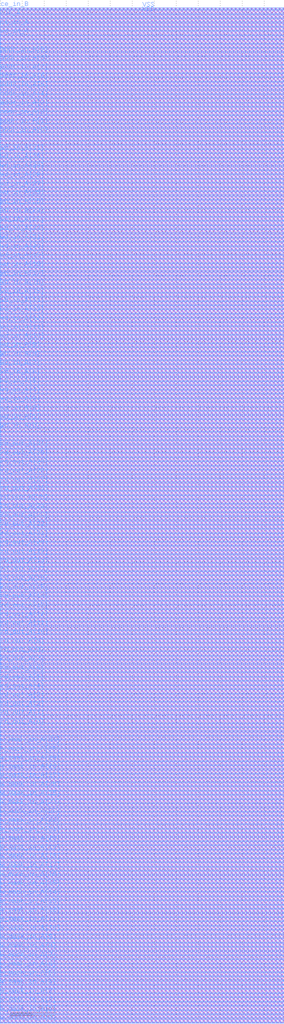
<source format=lef>
# Generated by FakeRAM 2.0
VERSION 5.7 ;
BUSBITCHARS "[]" ;
PROPERTYDEFINITIONS
  MACRO width INTEGER ;
  MACRO depth INTEGER ;
  MACRO banks INTEGER ;
END PROPERTYDEFINITIONS
MACRO fakeram7_tdp_1024x32
  PROPERTY width 32 ;
  PROPERTY depth 1024 ;
  PROPERTY banks 4 ;
  FOREIGN fakeram7_tdp_1024x32 0 0 ;
  SYMMETRY X Y ;
  SIZE 25.840 BY 92.400 ;
  CLASS BLOCK ;
  PIN w_mask_in_A[0]
    DIRECTION INPUT ;
    USE SIGNAL ;
    SHAPE ABUTMENT ;
    PORT
      LAYER M4 ;
      RECT 0.000 0.048 0.024 0.072 ;
    END
  END w_mask_in_A[0]
  PIN w_mask_in_B[0]
    DIRECTION INPUT ;
    USE SIGNAL ;
    SHAPE ABUTMENT ;
    PORT
      LAYER M4 ;
      RECT 25.816 0.048 25.840 0.072 ;
    END
  END w_mask_in_B[0]
  PIN w_mask_in_A[1]
    DIRECTION INPUT ;
    USE SIGNAL ;
    SHAPE ABUTMENT ;
    PORT
      LAYER M4 ;
      RECT 0.000 0.864 0.024 0.888 ;
    END
  END w_mask_in_A[1]
  PIN w_mask_in_B[1]
    DIRECTION INPUT ;
    USE SIGNAL ;
    SHAPE ABUTMENT ;
    PORT
      LAYER M4 ;
      RECT 25.816 0.864 25.840 0.888 ;
    END
  END w_mask_in_B[1]
  PIN w_mask_in_A[2]
    DIRECTION INPUT ;
    USE SIGNAL ;
    SHAPE ABUTMENT ;
    PORT
      LAYER M4 ;
      RECT 0.000 1.680 0.024 1.704 ;
    END
  END w_mask_in_A[2]
  PIN w_mask_in_B[2]
    DIRECTION INPUT ;
    USE SIGNAL ;
    SHAPE ABUTMENT ;
    PORT
      LAYER M4 ;
      RECT 25.816 1.680 25.840 1.704 ;
    END
  END w_mask_in_B[2]
  PIN w_mask_in_A[3]
    DIRECTION INPUT ;
    USE SIGNAL ;
    SHAPE ABUTMENT ;
    PORT
      LAYER M4 ;
      RECT 0.000 2.496 0.024 2.520 ;
    END
  END w_mask_in_A[3]
  PIN w_mask_in_B[3]
    DIRECTION INPUT ;
    USE SIGNAL ;
    SHAPE ABUTMENT ;
    PORT
      LAYER M4 ;
      RECT 25.816 2.496 25.840 2.520 ;
    END
  END w_mask_in_B[3]
  PIN w_mask_in_A[4]
    DIRECTION INPUT ;
    USE SIGNAL ;
    SHAPE ABUTMENT ;
    PORT
      LAYER M4 ;
      RECT 0.000 3.312 0.024 3.336 ;
    END
  END w_mask_in_A[4]
  PIN w_mask_in_B[4]
    DIRECTION INPUT ;
    USE SIGNAL ;
    SHAPE ABUTMENT ;
    PORT
      LAYER M4 ;
      RECT 25.816 3.312 25.840 3.336 ;
    END
  END w_mask_in_B[4]
  PIN w_mask_in_A[5]
    DIRECTION INPUT ;
    USE SIGNAL ;
    SHAPE ABUTMENT ;
    PORT
      LAYER M4 ;
      RECT 0.000 4.128 0.024 4.152 ;
    END
  END w_mask_in_A[5]
  PIN w_mask_in_B[5]
    DIRECTION INPUT ;
    USE SIGNAL ;
    SHAPE ABUTMENT ;
    PORT
      LAYER M4 ;
      RECT 25.816 4.128 25.840 4.152 ;
    END
  END w_mask_in_B[5]
  PIN w_mask_in_A[6]
    DIRECTION INPUT ;
    USE SIGNAL ;
    SHAPE ABUTMENT ;
    PORT
      LAYER M4 ;
      RECT 0.000 4.944 0.024 4.968 ;
    END
  END w_mask_in_A[6]
  PIN w_mask_in_B[6]
    DIRECTION INPUT ;
    USE SIGNAL ;
    SHAPE ABUTMENT ;
    PORT
      LAYER M4 ;
      RECT 25.816 4.944 25.840 4.968 ;
    END
  END w_mask_in_B[6]
  PIN w_mask_in_A[7]
    DIRECTION INPUT ;
    USE SIGNAL ;
    SHAPE ABUTMENT ;
    PORT
      LAYER M4 ;
      RECT 0.000 5.760 0.024 5.784 ;
    END
  END w_mask_in_A[7]
  PIN w_mask_in_B[7]
    DIRECTION INPUT ;
    USE SIGNAL ;
    SHAPE ABUTMENT ;
    PORT
      LAYER M4 ;
      RECT 25.816 5.760 25.840 5.784 ;
    END
  END w_mask_in_B[7]
  PIN w_mask_in_A[8]
    DIRECTION INPUT ;
    USE SIGNAL ;
    SHAPE ABUTMENT ;
    PORT
      LAYER M4 ;
      RECT 0.000 6.576 0.024 6.600 ;
    END
  END w_mask_in_A[8]
  PIN w_mask_in_B[8]
    DIRECTION INPUT ;
    USE SIGNAL ;
    SHAPE ABUTMENT ;
    PORT
      LAYER M4 ;
      RECT 25.816 6.576 25.840 6.600 ;
    END
  END w_mask_in_B[8]
  PIN w_mask_in_A[9]
    DIRECTION INPUT ;
    USE SIGNAL ;
    SHAPE ABUTMENT ;
    PORT
      LAYER M4 ;
      RECT 0.000 7.392 0.024 7.416 ;
    END
  END w_mask_in_A[9]
  PIN w_mask_in_B[9]
    DIRECTION INPUT ;
    USE SIGNAL ;
    SHAPE ABUTMENT ;
    PORT
      LAYER M4 ;
      RECT 25.816 7.392 25.840 7.416 ;
    END
  END w_mask_in_B[9]
  PIN w_mask_in_A[10]
    DIRECTION INPUT ;
    USE SIGNAL ;
    SHAPE ABUTMENT ;
    PORT
      LAYER M4 ;
      RECT 0.000 8.208 0.024 8.232 ;
    END
  END w_mask_in_A[10]
  PIN w_mask_in_B[10]
    DIRECTION INPUT ;
    USE SIGNAL ;
    SHAPE ABUTMENT ;
    PORT
      LAYER M4 ;
      RECT 25.816 8.208 25.840 8.232 ;
    END
  END w_mask_in_B[10]
  PIN w_mask_in_A[11]
    DIRECTION INPUT ;
    USE SIGNAL ;
    SHAPE ABUTMENT ;
    PORT
      LAYER M4 ;
      RECT 0.000 9.024 0.024 9.048 ;
    END
  END w_mask_in_A[11]
  PIN w_mask_in_B[11]
    DIRECTION INPUT ;
    USE SIGNAL ;
    SHAPE ABUTMENT ;
    PORT
      LAYER M4 ;
      RECT 25.816 9.024 25.840 9.048 ;
    END
  END w_mask_in_B[11]
  PIN w_mask_in_A[12]
    DIRECTION INPUT ;
    USE SIGNAL ;
    SHAPE ABUTMENT ;
    PORT
      LAYER M4 ;
      RECT 0.000 9.840 0.024 9.864 ;
    END
  END w_mask_in_A[12]
  PIN w_mask_in_B[12]
    DIRECTION INPUT ;
    USE SIGNAL ;
    SHAPE ABUTMENT ;
    PORT
      LAYER M4 ;
      RECT 25.816 9.840 25.840 9.864 ;
    END
  END w_mask_in_B[12]
  PIN w_mask_in_A[13]
    DIRECTION INPUT ;
    USE SIGNAL ;
    SHAPE ABUTMENT ;
    PORT
      LAYER M4 ;
      RECT 0.000 10.656 0.024 10.680 ;
    END
  END w_mask_in_A[13]
  PIN w_mask_in_B[13]
    DIRECTION INPUT ;
    USE SIGNAL ;
    SHAPE ABUTMENT ;
    PORT
      LAYER M4 ;
      RECT 25.816 10.656 25.840 10.680 ;
    END
  END w_mask_in_B[13]
  PIN w_mask_in_A[14]
    DIRECTION INPUT ;
    USE SIGNAL ;
    SHAPE ABUTMENT ;
    PORT
      LAYER M4 ;
      RECT 0.000 11.472 0.024 11.496 ;
    END
  END w_mask_in_A[14]
  PIN w_mask_in_B[14]
    DIRECTION INPUT ;
    USE SIGNAL ;
    SHAPE ABUTMENT ;
    PORT
      LAYER M4 ;
      RECT 25.816 11.472 25.840 11.496 ;
    END
  END w_mask_in_B[14]
  PIN w_mask_in_A[15]
    DIRECTION INPUT ;
    USE SIGNAL ;
    SHAPE ABUTMENT ;
    PORT
      LAYER M4 ;
      RECT 0.000 12.288 0.024 12.312 ;
    END
  END w_mask_in_A[15]
  PIN w_mask_in_B[15]
    DIRECTION INPUT ;
    USE SIGNAL ;
    SHAPE ABUTMENT ;
    PORT
      LAYER M4 ;
      RECT 25.816 12.288 25.840 12.312 ;
    END
  END w_mask_in_B[15]
  PIN w_mask_in_A[16]
    DIRECTION INPUT ;
    USE SIGNAL ;
    SHAPE ABUTMENT ;
    PORT
      LAYER M4 ;
      RECT 0.000 13.104 0.024 13.128 ;
    END
  END w_mask_in_A[16]
  PIN w_mask_in_B[16]
    DIRECTION INPUT ;
    USE SIGNAL ;
    SHAPE ABUTMENT ;
    PORT
      LAYER M4 ;
      RECT 25.816 13.104 25.840 13.128 ;
    END
  END w_mask_in_B[16]
  PIN w_mask_in_A[17]
    DIRECTION INPUT ;
    USE SIGNAL ;
    SHAPE ABUTMENT ;
    PORT
      LAYER M4 ;
      RECT 0.000 13.920 0.024 13.944 ;
    END
  END w_mask_in_A[17]
  PIN w_mask_in_B[17]
    DIRECTION INPUT ;
    USE SIGNAL ;
    SHAPE ABUTMENT ;
    PORT
      LAYER M4 ;
      RECT 25.816 13.920 25.840 13.944 ;
    END
  END w_mask_in_B[17]
  PIN w_mask_in_A[18]
    DIRECTION INPUT ;
    USE SIGNAL ;
    SHAPE ABUTMENT ;
    PORT
      LAYER M4 ;
      RECT 0.000 14.736 0.024 14.760 ;
    END
  END w_mask_in_A[18]
  PIN w_mask_in_B[18]
    DIRECTION INPUT ;
    USE SIGNAL ;
    SHAPE ABUTMENT ;
    PORT
      LAYER M4 ;
      RECT 25.816 14.736 25.840 14.760 ;
    END
  END w_mask_in_B[18]
  PIN w_mask_in_A[19]
    DIRECTION INPUT ;
    USE SIGNAL ;
    SHAPE ABUTMENT ;
    PORT
      LAYER M4 ;
      RECT 0.000 15.552 0.024 15.576 ;
    END
  END w_mask_in_A[19]
  PIN w_mask_in_B[19]
    DIRECTION INPUT ;
    USE SIGNAL ;
    SHAPE ABUTMENT ;
    PORT
      LAYER M4 ;
      RECT 25.816 15.552 25.840 15.576 ;
    END
  END w_mask_in_B[19]
  PIN w_mask_in_A[20]
    DIRECTION INPUT ;
    USE SIGNAL ;
    SHAPE ABUTMENT ;
    PORT
      LAYER M4 ;
      RECT 0.000 16.368 0.024 16.392 ;
    END
  END w_mask_in_A[20]
  PIN w_mask_in_B[20]
    DIRECTION INPUT ;
    USE SIGNAL ;
    SHAPE ABUTMENT ;
    PORT
      LAYER M4 ;
      RECT 25.816 16.368 25.840 16.392 ;
    END
  END w_mask_in_B[20]
  PIN w_mask_in_A[21]
    DIRECTION INPUT ;
    USE SIGNAL ;
    SHAPE ABUTMENT ;
    PORT
      LAYER M4 ;
      RECT 0.000 17.184 0.024 17.208 ;
    END
  END w_mask_in_A[21]
  PIN w_mask_in_B[21]
    DIRECTION INPUT ;
    USE SIGNAL ;
    SHAPE ABUTMENT ;
    PORT
      LAYER M4 ;
      RECT 25.816 17.184 25.840 17.208 ;
    END
  END w_mask_in_B[21]
  PIN w_mask_in_A[22]
    DIRECTION INPUT ;
    USE SIGNAL ;
    SHAPE ABUTMENT ;
    PORT
      LAYER M4 ;
      RECT 0.000 18.000 0.024 18.024 ;
    END
  END w_mask_in_A[22]
  PIN w_mask_in_B[22]
    DIRECTION INPUT ;
    USE SIGNAL ;
    SHAPE ABUTMENT ;
    PORT
      LAYER M4 ;
      RECT 25.816 18.000 25.840 18.024 ;
    END
  END w_mask_in_B[22]
  PIN w_mask_in_A[23]
    DIRECTION INPUT ;
    USE SIGNAL ;
    SHAPE ABUTMENT ;
    PORT
      LAYER M4 ;
      RECT 0.000 18.816 0.024 18.840 ;
    END
  END w_mask_in_A[23]
  PIN w_mask_in_B[23]
    DIRECTION INPUT ;
    USE SIGNAL ;
    SHAPE ABUTMENT ;
    PORT
      LAYER M4 ;
      RECT 25.816 18.816 25.840 18.840 ;
    END
  END w_mask_in_B[23]
  PIN w_mask_in_A[24]
    DIRECTION INPUT ;
    USE SIGNAL ;
    SHAPE ABUTMENT ;
    PORT
      LAYER M4 ;
      RECT 0.000 19.632 0.024 19.656 ;
    END
  END w_mask_in_A[24]
  PIN w_mask_in_B[24]
    DIRECTION INPUT ;
    USE SIGNAL ;
    SHAPE ABUTMENT ;
    PORT
      LAYER M4 ;
      RECT 25.816 19.632 25.840 19.656 ;
    END
  END w_mask_in_B[24]
  PIN w_mask_in_A[25]
    DIRECTION INPUT ;
    USE SIGNAL ;
    SHAPE ABUTMENT ;
    PORT
      LAYER M4 ;
      RECT 0.000 20.448 0.024 20.472 ;
    END
  END w_mask_in_A[25]
  PIN w_mask_in_B[25]
    DIRECTION INPUT ;
    USE SIGNAL ;
    SHAPE ABUTMENT ;
    PORT
      LAYER M4 ;
      RECT 25.816 20.448 25.840 20.472 ;
    END
  END w_mask_in_B[25]
  PIN w_mask_in_A[26]
    DIRECTION INPUT ;
    USE SIGNAL ;
    SHAPE ABUTMENT ;
    PORT
      LAYER M4 ;
      RECT 0.000 21.264 0.024 21.288 ;
    END
  END w_mask_in_A[26]
  PIN w_mask_in_B[26]
    DIRECTION INPUT ;
    USE SIGNAL ;
    SHAPE ABUTMENT ;
    PORT
      LAYER M4 ;
      RECT 25.816 21.264 25.840 21.288 ;
    END
  END w_mask_in_B[26]
  PIN w_mask_in_A[27]
    DIRECTION INPUT ;
    USE SIGNAL ;
    SHAPE ABUTMENT ;
    PORT
      LAYER M4 ;
      RECT 0.000 22.080 0.024 22.104 ;
    END
  END w_mask_in_A[27]
  PIN w_mask_in_B[27]
    DIRECTION INPUT ;
    USE SIGNAL ;
    SHAPE ABUTMENT ;
    PORT
      LAYER M4 ;
      RECT 25.816 22.080 25.840 22.104 ;
    END
  END w_mask_in_B[27]
  PIN w_mask_in_A[28]
    DIRECTION INPUT ;
    USE SIGNAL ;
    SHAPE ABUTMENT ;
    PORT
      LAYER M4 ;
      RECT 0.000 22.896 0.024 22.920 ;
    END
  END w_mask_in_A[28]
  PIN w_mask_in_B[28]
    DIRECTION INPUT ;
    USE SIGNAL ;
    SHAPE ABUTMENT ;
    PORT
      LAYER M4 ;
      RECT 25.816 22.896 25.840 22.920 ;
    END
  END w_mask_in_B[28]
  PIN w_mask_in_A[29]
    DIRECTION INPUT ;
    USE SIGNAL ;
    SHAPE ABUTMENT ;
    PORT
      LAYER M4 ;
      RECT 0.000 23.712 0.024 23.736 ;
    END
  END w_mask_in_A[29]
  PIN w_mask_in_B[29]
    DIRECTION INPUT ;
    USE SIGNAL ;
    SHAPE ABUTMENT ;
    PORT
      LAYER M4 ;
      RECT 25.816 23.712 25.840 23.736 ;
    END
  END w_mask_in_B[29]
  PIN w_mask_in_A[30]
    DIRECTION INPUT ;
    USE SIGNAL ;
    SHAPE ABUTMENT ;
    PORT
      LAYER M4 ;
      RECT 0.000 24.528 0.024 24.552 ;
    END
  END w_mask_in_A[30]
  PIN w_mask_in_B[30]
    DIRECTION INPUT ;
    USE SIGNAL ;
    SHAPE ABUTMENT ;
    PORT
      LAYER M4 ;
      RECT 25.816 24.528 25.840 24.552 ;
    END
  END w_mask_in_B[30]
  PIN w_mask_in_A[31]
    DIRECTION INPUT ;
    USE SIGNAL ;
    SHAPE ABUTMENT ;
    PORT
      LAYER M4 ;
      RECT 0.000 25.344 0.024 25.368 ;
    END
  END w_mask_in_A[31]
  PIN w_mask_in_B[31]
    DIRECTION INPUT ;
    USE SIGNAL ;
    SHAPE ABUTMENT ;
    PORT
      LAYER M4 ;
      RECT 25.816 25.344 25.840 25.368 ;
    END
  END w_mask_in_B[31]
  PIN rd_out_A[0]
    DIRECTION OUTPUT ;
    USE SIGNAL ;
    SHAPE ABUTMENT ;
    PORT
      LAYER M4 ;
      RECT 0.000 26.976 0.024 27.000 ;
    END
  END rd_out_A[0]
  PIN rd_out_B[0]
    DIRECTION OUTPUT ;
    USE SIGNAL ;
    SHAPE ABUTMENT ;
    PORT
      LAYER M4 ;
      RECT 25.816 26.976 25.840 27.000 ;
    END
  END rd_out_B[0]
  PIN rd_out_A[1]
    DIRECTION OUTPUT ;
    USE SIGNAL ;
    SHAPE ABUTMENT ;
    PORT
      LAYER M4 ;
      RECT 0.000 27.792 0.024 27.816 ;
    END
  END rd_out_A[1]
  PIN rd_out_B[1]
    DIRECTION OUTPUT ;
    USE SIGNAL ;
    SHAPE ABUTMENT ;
    PORT
      LAYER M4 ;
      RECT 25.816 27.792 25.840 27.816 ;
    END
  END rd_out_B[1]
  PIN rd_out_A[2]
    DIRECTION OUTPUT ;
    USE SIGNAL ;
    SHAPE ABUTMENT ;
    PORT
      LAYER M4 ;
      RECT 0.000 28.608 0.024 28.632 ;
    END
  END rd_out_A[2]
  PIN rd_out_B[2]
    DIRECTION OUTPUT ;
    USE SIGNAL ;
    SHAPE ABUTMENT ;
    PORT
      LAYER M4 ;
      RECT 25.816 28.608 25.840 28.632 ;
    END
  END rd_out_B[2]
  PIN rd_out_A[3]
    DIRECTION OUTPUT ;
    USE SIGNAL ;
    SHAPE ABUTMENT ;
    PORT
      LAYER M4 ;
      RECT 0.000 29.424 0.024 29.448 ;
    END
  END rd_out_A[3]
  PIN rd_out_B[3]
    DIRECTION OUTPUT ;
    USE SIGNAL ;
    SHAPE ABUTMENT ;
    PORT
      LAYER M4 ;
      RECT 25.816 29.424 25.840 29.448 ;
    END
  END rd_out_B[3]
  PIN rd_out_A[4]
    DIRECTION OUTPUT ;
    USE SIGNAL ;
    SHAPE ABUTMENT ;
    PORT
      LAYER M4 ;
      RECT 0.000 30.240 0.024 30.264 ;
    END
  END rd_out_A[4]
  PIN rd_out_B[4]
    DIRECTION OUTPUT ;
    USE SIGNAL ;
    SHAPE ABUTMENT ;
    PORT
      LAYER M4 ;
      RECT 25.816 30.240 25.840 30.264 ;
    END
  END rd_out_B[4]
  PIN rd_out_A[5]
    DIRECTION OUTPUT ;
    USE SIGNAL ;
    SHAPE ABUTMENT ;
    PORT
      LAYER M4 ;
      RECT 0.000 31.056 0.024 31.080 ;
    END
  END rd_out_A[5]
  PIN rd_out_B[5]
    DIRECTION OUTPUT ;
    USE SIGNAL ;
    SHAPE ABUTMENT ;
    PORT
      LAYER M4 ;
      RECT 25.816 31.056 25.840 31.080 ;
    END
  END rd_out_B[5]
  PIN rd_out_A[6]
    DIRECTION OUTPUT ;
    USE SIGNAL ;
    SHAPE ABUTMENT ;
    PORT
      LAYER M4 ;
      RECT 0.000 31.872 0.024 31.896 ;
    END
  END rd_out_A[6]
  PIN rd_out_B[6]
    DIRECTION OUTPUT ;
    USE SIGNAL ;
    SHAPE ABUTMENT ;
    PORT
      LAYER M4 ;
      RECT 25.816 31.872 25.840 31.896 ;
    END
  END rd_out_B[6]
  PIN rd_out_A[7]
    DIRECTION OUTPUT ;
    USE SIGNAL ;
    SHAPE ABUTMENT ;
    PORT
      LAYER M4 ;
      RECT 0.000 32.688 0.024 32.712 ;
    END
  END rd_out_A[7]
  PIN rd_out_B[7]
    DIRECTION OUTPUT ;
    USE SIGNAL ;
    SHAPE ABUTMENT ;
    PORT
      LAYER M4 ;
      RECT 25.816 32.688 25.840 32.712 ;
    END
  END rd_out_B[7]
  PIN rd_out_A[8]
    DIRECTION OUTPUT ;
    USE SIGNAL ;
    SHAPE ABUTMENT ;
    PORT
      LAYER M4 ;
      RECT 0.000 33.504 0.024 33.528 ;
    END
  END rd_out_A[8]
  PIN rd_out_B[8]
    DIRECTION OUTPUT ;
    USE SIGNAL ;
    SHAPE ABUTMENT ;
    PORT
      LAYER M4 ;
      RECT 25.816 33.504 25.840 33.528 ;
    END
  END rd_out_B[8]
  PIN rd_out_A[9]
    DIRECTION OUTPUT ;
    USE SIGNAL ;
    SHAPE ABUTMENT ;
    PORT
      LAYER M4 ;
      RECT 0.000 34.320 0.024 34.344 ;
    END
  END rd_out_A[9]
  PIN rd_out_B[9]
    DIRECTION OUTPUT ;
    USE SIGNAL ;
    SHAPE ABUTMENT ;
    PORT
      LAYER M4 ;
      RECT 25.816 34.320 25.840 34.344 ;
    END
  END rd_out_B[9]
  PIN rd_out_A[10]
    DIRECTION OUTPUT ;
    USE SIGNAL ;
    SHAPE ABUTMENT ;
    PORT
      LAYER M4 ;
      RECT 0.000 35.136 0.024 35.160 ;
    END
  END rd_out_A[10]
  PIN rd_out_B[10]
    DIRECTION OUTPUT ;
    USE SIGNAL ;
    SHAPE ABUTMENT ;
    PORT
      LAYER M4 ;
      RECT 25.816 35.136 25.840 35.160 ;
    END
  END rd_out_B[10]
  PIN rd_out_A[11]
    DIRECTION OUTPUT ;
    USE SIGNAL ;
    SHAPE ABUTMENT ;
    PORT
      LAYER M4 ;
      RECT 0.000 35.952 0.024 35.976 ;
    END
  END rd_out_A[11]
  PIN rd_out_B[11]
    DIRECTION OUTPUT ;
    USE SIGNAL ;
    SHAPE ABUTMENT ;
    PORT
      LAYER M4 ;
      RECT 25.816 35.952 25.840 35.976 ;
    END
  END rd_out_B[11]
  PIN rd_out_A[12]
    DIRECTION OUTPUT ;
    USE SIGNAL ;
    SHAPE ABUTMENT ;
    PORT
      LAYER M4 ;
      RECT 0.000 36.768 0.024 36.792 ;
    END
  END rd_out_A[12]
  PIN rd_out_B[12]
    DIRECTION OUTPUT ;
    USE SIGNAL ;
    SHAPE ABUTMENT ;
    PORT
      LAYER M4 ;
      RECT 25.816 36.768 25.840 36.792 ;
    END
  END rd_out_B[12]
  PIN rd_out_A[13]
    DIRECTION OUTPUT ;
    USE SIGNAL ;
    SHAPE ABUTMENT ;
    PORT
      LAYER M4 ;
      RECT 0.000 37.584 0.024 37.608 ;
    END
  END rd_out_A[13]
  PIN rd_out_B[13]
    DIRECTION OUTPUT ;
    USE SIGNAL ;
    SHAPE ABUTMENT ;
    PORT
      LAYER M4 ;
      RECT 25.816 37.584 25.840 37.608 ;
    END
  END rd_out_B[13]
  PIN rd_out_A[14]
    DIRECTION OUTPUT ;
    USE SIGNAL ;
    SHAPE ABUTMENT ;
    PORT
      LAYER M4 ;
      RECT 0.000 38.400 0.024 38.424 ;
    END
  END rd_out_A[14]
  PIN rd_out_B[14]
    DIRECTION OUTPUT ;
    USE SIGNAL ;
    SHAPE ABUTMENT ;
    PORT
      LAYER M4 ;
      RECT 25.816 38.400 25.840 38.424 ;
    END
  END rd_out_B[14]
  PIN rd_out_A[15]
    DIRECTION OUTPUT ;
    USE SIGNAL ;
    SHAPE ABUTMENT ;
    PORT
      LAYER M4 ;
      RECT 0.000 39.216 0.024 39.240 ;
    END
  END rd_out_A[15]
  PIN rd_out_B[15]
    DIRECTION OUTPUT ;
    USE SIGNAL ;
    SHAPE ABUTMENT ;
    PORT
      LAYER M4 ;
      RECT 25.816 39.216 25.840 39.240 ;
    END
  END rd_out_B[15]
  PIN rd_out_A[16]
    DIRECTION OUTPUT ;
    USE SIGNAL ;
    SHAPE ABUTMENT ;
    PORT
      LAYER M4 ;
      RECT 0.000 40.032 0.024 40.056 ;
    END
  END rd_out_A[16]
  PIN rd_out_B[16]
    DIRECTION OUTPUT ;
    USE SIGNAL ;
    SHAPE ABUTMENT ;
    PORT
      LAYER M4 ;
      RECT 25.816 40.032 25.840 40.056 ;
    END
  END rd_out_B[16]
  PIN rd_out_A[17]
    DIRECTION OUTPUT ;
    USE SIGNAL ;
    SHAPE ABUTMENT ;
    PORT
      LAYER M4 ;
      RECT 0.000 40.848 0.024 40.872 ;
    END
  END rd_out_A[17]
  PIN rd_out_B[17]
    DIRECTION OUTPUT ;
    USE SIGNAL ;
    SHAPE ABUTMENT ;
    PORT
      LAYER M4 ;
      RECT 25.816 40.848 25.840 40.872 ;
    END
  END rd_out_B[17]
  PIN rd_out_A[18]
    DIRECTION OUTPUT ;
    USE SIGNAL ;
    SHAPE ABUTMENT ;
    PORT
      LAYER M4 ;
      RECT 0.000 41.664 0.024 41.688 ;
    END
  END rd_out_A[18]
  PIN rd_out_B[18]
    DIRECTION OUTPUT ;
    USE SIGNAL ;
    SHAPE ABUTMENT ;
    PORT
      LAYER M4 ;
      RECT 25.816 41.664 25.840 41.688 ;
    END
  END rd_out_B[18]
  PIN rd_out_A[19]
    DIRECTION OUTPUT ;
    USE SIGNAL ;
    SHAPE ABUTMENT ;
    PORT
      LAYER M4 ;
      RECT 0.000 42.480 0.024 42.504 ;
    END
  END rd_out_A[19]
  PIN rd_out_B[19]
    DIRECTION OUTPUT ;
    USE SIGNAL ;
    SHAPE ABUTMENT ;
    PORT
      LAYER M4 ;
      RECT 25.816 42.480 25.840 42.504 ;
    END
  END rd_out_B[19]
  PIN rd_out_A[20]
    DIRECTION OUTPUT ;
    USE SIGNAL ;
    SHAPE ABUTMENT ;
    PORT
      LAYER M4 ;
      RECT 0.000 43.296 0.024 43.320 ;
    END
  END rd_out_A[20]
  PIN rd_out_B[20]
    DIRECTION OUTPUT ;
    USE SIGNAL ;
    SHAPE ABUTMENT ;
    PORT
      LAYER M4 ;
      RECT 25.816 43.296 25.840 43.320 ;
    END
  END rd_out_B[20]
  PIN rd_out_A[21]
    DIRECTION OUTPUT ;
    USE SIGNAL ;
    SHAPE ABUTMENT ;
    PORT
      LAYER M4 ;
      RECT 0.000 44.112 0.024 44.136 ;
    END
  END rd_out_A[21]
  PIN rd_out_B[21]
    DIRECTION OUTPUT ;
    USE SIGNAL ;
    SHAPE ABUTMENT ;
    PORT
      LAYER M4 ;
      RECT 25.816 44.112 25.840 44.136 ;
    END
  END rd_out_B[21]
  PIN rd_out_A[22]
    DIRECTION OUTPUT ;
    USE SIGNAL ;
    SHAPE ABUTMENT ;
    PORT
      LAYER M4 ;
      RECT 0.000 44.928 0.024 44.952 ;
    END
  END rd_out_A[22]
  PIN rd_out_B[22]
    DIRECTION OUTPUT ;
    USE SIGNAL ;
    SHAPE ABUTMENT ;
    PORT
      LAYER M4 ;
      RECT 25.816 44.928 25.840 44.952 ;
    END
  END rd_out_B[22]
  PIN rd_out_A[23]
    DIRECTION OUTPUT ;
    USE SIGNAL ;
    SHAPE ABUTMENT ;
    PORT
      LAYER M4 ;
      RECT 0.000 45.744 0.024 45.768 ;
    END
  END rd_out_A[23]
  PIN rd_out_B[23]
    DIRECTION OUTPUT ;
    USE SIGNAL ;
    SHAPE ABUTMENT ;
    PORT
      LAYER M4 ;
      RECT 25.816 45.744 25.840 45.768 ;
    END
  END rd_out_B[23]
  PIN rd_out_A[24]
    DIRECTION OUTPUT ;
    USE SIGNAL ;
    SHAPE ABUTMENT ;
    PORT
      LAYER M4 ;
      RECT 0.000 46.560 0.024 46.584 ;
    END
  END rd_out_A[24]
  PIN rd_out_B[24]
    DIRECTION OUTPUT ;
    USE SIGNAL ;
    SHAPE ABUTMENT ;
    PORT
      LAYER M4 ;
      RECT 25.816 46.560 25.840 46.584 ;
    END
  END rd_out_B[24]
  PIN rd_out_A[25]
    DIRECTION OUTPUT ;
    USE SIGNAL ;
    SHAPE ABUTMENT ;
    PORT
      LAYER M4 ;
      RECT 0.000 47.376 0.024 47.400 ;
    END
  END rd_out_A[25]
  PIN rd_out_B[25]
    DIRECTION OUTPUT ;
    USE SIGNAL ;
    SHAPE ABUTMENT ;
    PORT
      LAYER M4 ;
      RECT 25.816 47.376 25.840 47.400 ;
    END
  END rd_out_B[25]
  PIN rd_out_A[26]
    DIRECTION OUTPUT ;
    USE SIGNAL ;
    SHAPE ABUTMENT ;
    PORT
      LAYER M4 ;
      RECT 0.000 48.192 0.024 48.216 ;
    END
  END rd_out_A[26]
  PIN rd_out_B[26]
    DIRECTION OUTPUT ;
    USE SIGNAL ;
    SHAPE ABUTMENT ;
    PORT
      LAYER M4 ;
      RECT 25.816 48.192 25.840 48.216 ;
    END
  END rd_out_B[26]
  PIN rd_out_A[27]
    DIRECTION OUTPUT ;
    USE SIGNAL ;
    SHAPE ABUTMENT ;
    PORT
      LAYER M4 ;
      RECT 0.000 49.008 0.024 49.032 ;
    END
  END rd_out_A[27]
  PIN rd_out_B[27]
    DIRECTION OUTPUT ;
    USE SIGNAL ;
    SHAPE ABUTMENT ;
    PORT
      LAYER M4 ;
      RECT 25.816 49.008 25.840 49.032 ;
    END
  END rd_out_B[27]
  PIN rd_out_A[28]
    DIRECTION OUTPUT ;
    USE SIGNAL ;
    SHAPE ABUTMENT ;
    PORT
      LAYER M4 ;
      RECT 0.000 49.824 0.024 49.848 ;
    END
  END rd_out_A[28]
  PIN rd_out_B[28]
    DIRECTION OUTPUT ;
    USE SIGNAL ;
    SHAPE ABUTMENT ;
    PORT
      LAYER M4 ;
      RECT 25.816 49.824 25.840 49.848 ;
    END
  END rd_out_B[28]
  PIN rd_out_A[29]
    DIRECTION OUTPUT ;
    USE SIGNAL ;
    SHAPE ABUTMENT ;
    PORT
      LAYER M4 ;
      RECT 0.000 50.640 0.024 50.664 ;
    END
  END rd_out_A[29]
  PIN rd_out_B[29]
    DIRECTION OUTPUT ;
    USE SIGNAL ;
    SHAPE ABUTMENT ;
    PORT
      LAYER M4 ;
      RECT 25.816 50.640 25.840 50.664 ;
    END
  END rd_out_B[29]
  PIN rd_out_A[30]
    DIRECTION OUTPUT ;
    USE SIGNAL ;
    SHAPE ABUTMENT ;
    PORT
      LAYER M4 ;
      RECT 0.000 51.456 0.024 51.480 ;
    END
  END rd_out_A[30]
  PIN rd_out_B[30]
    DIRECTION OUTPUT ;
    USE SIGNAL ;
    SHAPE ABUTMENT ;
    PORT
      LAYER M4 ;
      RECT 25.816 51.456 25.840 51.480 ;
    END
  END rd_out_B[30]
  PIN rd_out_A[31]
    DIRECTION OUTPUT ;
    USE SIGNAL ;
    SHAPE ABUTMENT ;
    PORT
      LAYER M4 ;
      RECT 0.000 52.272 0.024 52.296 ;
    END
  END rd_out_A[31]
  PIN rd_out_B[31]
    DIRECTION OUTPUT ;
    USE SIGNAL ;
    SHAPE ABUTMENT ;
    PORT
      LAYER M4 ;
      RECT 25.816 52.272 25.840 52.296 ;
    END
  END rd_out_B[31]
  PIN wd_in_A[0]
    DIRECTION INPUT ;
    USE SIGNAL ;
    SHAPE ABUTMENT ;
    PORT
      LAYER M4 ;
      RECT 0.000 53.904 0.024 53.928 ;
    END
  END wd_in_A[0]
  PIN wd_in_B[0]
    DIRECTION INPUT ;
    USE SIGNAL ;
    SHAPE ABUTMENT ;
    PORT
      LAYER M4 ;
      RECT 25.816 53.904 25.840 53.928 ;
    END
  END wd_in_B[0]
  PIN wd_in_A[1]
    DIRECTION INPUT ;
    USE SIGNAL ;
    SHAPE ABUTMENT ;
    PORT
      LAYER M4 ;
      RECT 0.000 54.720 0.024 54.744 ;
    END
  END wd_in_A[1]
  PIN wd_in_B[1]
    DIRECTION INPUT ;
    USE SIGNAL ;
    SHAPE ABUTMENT ;
    PORT
      LAYER M4 ;
      RECT 25.816 54.720 25.840 54.744 ;
    END
  END wd_in_B[1]
  PIN wd_in_A[2]
    DIRECTION INPUT ;
    USE SIGNAL ;
    SHAPE ABUTMENT ;
    PORT
      LAYER M4 ;
      RECT 0.000 55.536 0.024 55.560 ;
    END
  END wd_in_A[2]
  PIN wd_in_B[2]
    DIRECTION INPUT ;
    USE SIGNAL ;
    SHAPE ABUTMENT ;
    PORT
      LAYER M4 ;
      RECT 25.816 55.536 25.840 55.560 ;
    END
  END wd_in_B[2]
  PIN wd_in_A[3]
    DIRECTION INPUT ;
    USE SIGNAL ;
    SHAPE ABUTMENT ;
    PORT
      LAYER M4 ;
      RECT 0.000 56.352 0.024 56.376 ;
    END
  END wd_in_A[3]
  PIN wd_in_B[3]
    DIRECTION INPUT ;
    USE SIGNAL ;
    SHAPE ABUTMENT ;
    PORT
      LAYER M4 ;
      RECT 25.816 56.352 25.840 56.376 ;
    END
  END wd_in_B[3]
  PIN wd_in_A[4]
    DIRECTION INPUT ;
    USE SIGNAL ;
    SHAPE ABUTMENT ;
    PORT
      LAYER M4 ;
      RECT 0.000 57.168 0.024 57.192 ;
    END
  END wd_in_A[4]
  PIN wd_in_B[4]
    DIRECTION INPUT ;
    USE SIGNAL ;
    SHAPE ABUTMENT ;
    PORT
      LAYER M4 ;
      RECT 25.816 57.168 25.840 57.192 ;
    END
  END wd_in_B[4]
  PIN wd_in_A[5]
    DIRECTION INPUT ;
    USE SIGNAL ;
    SHAPE ABUTMENT ;
    PORT
      LAYER M4 ;
      RECT 0.000 57.984 0.024 58.008 ;
    END
  END wd_in_A[5]
  PIN wd_in_B[5]
    DIRECTION INPUT ;
    USE SIGNAL ;
    SHAPE ABUTMENT ;
    PORT
      LAYER M4 ;
      RECT 25.816 57.984 25.840 58.008 ;
    END
  END wd_in_B[5]
  PIN wd_in_A[6]
    DIRECTION INPUT ;
    USE SIGNAL ;
    SHAPE ABUTMENT ;
    PORT
      LAYER M4 ;
      RECT 0.000 58.800 0.024 58.824 ;
    END
  END wd_in_A[6]
  PIN wd_in_B[6]
    DIRECTION INPUT ;
    USE SIGNAL ;
    SHAPE ABUTMENT ;
    PORT
      LAYER M4 ;
      RECT 25.816 58.800 25.840 58.824 ;
    END
  END wd_in_B[6]
  PIN wd_in_A[7]
    DIRECTION INPUT ;
    USE SIGNAL ;
    SHAPE ABUTMENT ;
    PORT
      LAYER M4 ;
      RECT 0.000 59.616 0.024 59.640 ;
    END
  END wd_in_A[7]
  PIN wd_in_B[7]
    DIRECTION INPUT ;
    USE SIGNAL ;
    SHAPE ABUTMENT ;
    PORT
      LAYER M4 ;
      RECT 25.816 59.616 25.840 59.640 ;
    END
  END wd_in_B[7]
  PIN wd_in_A[8]
    DIRECTION INPUT ;
    USE SIGNAL ;
    SHAPE ABUTMENT ;
    PORT
      LAYER M4 ;
      RECT 0.000 60.432 0.024 60.456 ;
    END
  END wd_in_A[8]
  PIN wd_in_B[8]
    DIRECTION INPUT ;
    USE SIGNAL ;
    SHAPE ABUTMENT ;
    PORT
      LAYER M4 ;
      RECT 25.816 60.432 25.840 60.456 ;
    END
  END wd_in_B[8]
  PIN wd_in_A[9]
    DIRECTION INPUT ;
    USE SIGNAL ;
    SHAPE ABUTMENT ;
    PORT
      LAYER M4 ;
      RECT 0.000 61.248 0.024 61.272 ;
    END
  END wd_in_A[9]
  PIN wd_in_B[9]
    DIRECTION INPUT ;
    USE SIGNAL ;
    SHAPE ABUTMENT ;
    PORT
      LAYER M4 ;
      RECT 25.816 61.248 25.840 61.272 ;
    END
  END wd_in_B[9]
  PIN wd_in_A[10]
    DIRECTION INPUT ;
    USE SIGNAL ;
    SHAPE ABUTMENT ;
    PORT
      LAYER M4 ;
      RECT 0.000 62.064 0.024 62.088 ;
    END
  END wd_in_A[10]
  PIN wd_in_B[10]
    DIRECTION INPUT ;
    USE SIGNAL ;
    SHAPE ABUTMENT ;
    PORT
      LAYER M4 ;
      RECT 25.816 62.064 25.840 62.088 ;
    END
  END wd_in_B[10]
  PIN wd_in_A[11]
    DIRECTION INPUT ;
    USE SIGNAL ;
    SHAPE ABUTMENT ;
    PORT
      LAYER M4 ;
      RECT 0.000 62.880 0.024 62.904 ;
    END
  END wd_in_A[11]
  PIN wd_in_B[11]
    DIRECTION INPUT ;
    USE SIGNAL ;
    SHAPE ABUTMENT ;
    PORT
      LAYER M4 ;
      RECT 25.816 62.880 25.840 62.904 ;
    END
  END wd_in_B[11]
  PIN wd_in_A[12]
    DIRECTION INPUT ;
    USE SIGNAL ;
    SHAPE ABUTMENT ;
    PORT
      LAYER M4 ;
      RECT 0.000 63.696 0.024 63.720 ;
    END
  END wd_in_A[12]
  PIN wd_in_B[12]
    DIRECTION INPUT ;
    USE SIGNAL ;
    SHAPE ABUTMENT ;
    PORT
      LAYER M4 ;
      RECT 25.816 63.696 25.840 63.720 ;
    END
  END wd_in_B[12]
  PIN wd_in_A[13]
    DIRECTION INPUT ;
    USE SIGNAL ;
    SHAPE ABUTMENT ;
    PORT
      LAYER M4 ;
      RECT 0.000 64.512 0.024 64.536 ;
    END
  END wd_in_A[13]
  PIN wd_in_B[13]
    DIRECTION INPUT ;
    USE SIGNAL ;
    SHAPE ABUTMENT ;
    PORT
      LAYER M4 ;
      RECT 25.816 64.512 25.840 64.536 ;
    END
  END wd_in_B[13]
  PIN wd_in_A[14]
    DIRECTION INPUT ;
    USE SIGNAL ;
    SHAPE ABUTMENT ;
    PORT
      LAYER M4 ;
      RECT 0.000 65.328 0.024 65.352 ;
    END
  END wd_in_A[14]
  PIN wd_in_B[14]
    DIRECTION INPUT ;
    USE SIGNAL ;
    SHAPE ABUTMENT ;
    PORT
      LAYER M4 ;
      RECT 25.816 65.328 25.840 65.352 ;
    END
  END wd_in_B[14]
  PIN wd_in_A[15]
    DIRECTION INPUT ;
    USE SIGNAL ;
    SHAPE ABUTMENT ;
    PORT
      LAYER M4 ;
      RECT 0.000 66.144 0.024 66.168 ;
    END
  END wd_in_A[15]
  PIN wd_in_B[15]
    DIRECTION INPUT ;
    USE SIGNAL ;
    SHAPE ABUTMENT ;
    PORT
      LAYER M4 ;
      RECT 25.816 66.144 25.840 66.168 ;
    END
  END wd_in_B[15]
  PIN wd_in_A[16]
    DIRECTION INPUT ;
    USE SIGNAL ;
    SHAPE ABUTMENT ;
    PORT
      LAYER M4 ;
      RECT 0.000 66.960 0.024 66.984 ;
    END
  END wd_in_A[16]
  PIN wd_in_B[16]
    DIRECTION INPUT ;
    USE SIGNAL ;
    SHAPE ABUTMENT ;
    PORT
      LAYER M4 ;
      RECT 25.816 66.960 25.840 66.984 ;
    END
  END wd_in_B[16]
  PIN wd_in_A[17]
    DIRECTION INPUT ;
    USE SIGNAL ;
    SHAPE ABUTMENT ;
    PORT
      LAYER M4 ;
      RECT 0.000 67.776 0.024 67.800 ;
    END
  END wd_in_A[17]
  PIN wd_in_B[17]
    DIRECTION INPUT ;
    USE SIGNAL ;
    SHAPE ABUTMENT ;
    PORT
      LAYER M4 ;
      RECT 25.816 67.776 25.840 67.800 ;
    END
  END wd_in_B[17]
  PIN wd_in_A[18]
    DIRECTION INPUT ;
    USE SIGNAL ;
    SHAPE ABUTMENT ;
    PORT
      LAYER M4 ;
      RECT 0.000 68.592 0.024 68.616 ;
    END
  END wd_in_A[18]
  PIN wd_in_B[18]
    DIRECTION INPUT ;
    USE SIGNAL ;
    SHAPE ABUTMENT ;
    PORT
      LAYER M4 ;
      RECT 25.816 68.592 25.840 68.616 ;
    END
  END wd_in_B[18]
  PIN wd_in_A[19]
    DIRECTION INPUT ;
    USE SIGNAL ;
    SHAPE ABUTMENT ;
    PORT
      LAYER M4 ;
      RECT 0.000 69.408 0.024 69.432 ;
    END
  END wd_in_A[19]
  PIN wd_in_B[19]
    DIRECTION INPUT ;
    USE SIGNAL ;
    SHAPE ABUTMENT ;
    PORT
      LAYER M4 ;
      RECT 25.816 69.408 25.840 69.432 ;
    END
  END wd_in_B[19]
  PIN wd_in_A[20]
    DIRECTION INPUT ;
    USE SIGNAL ;
    SHAPE ABUTMENT ;
    PORT
      LAYER M4 ;
      RECT 0.000 70.224 0.024 70.248 ;
    END
  END wd_in_A[20]
  PIN wd_in_B[20]
    DIRECTION INPUT ;
    USE SIGNAL ;
    SHAPE ABUTMENT ;
    PORT
      LAYER M4 ;
      RECT 25.816 70.224 25.840 70.248 ;
    END
  END wd_in_B[20]
  PIN wd_in_A[21]
    DIRECTION INPUT ;
    USE SIGNAL ;
    SHAPE ABUTMENT ;
    PORT
      LAYER M4 ;
      RECT 0.000 71.040 0.024 71.064 ;
    END
  END wd_in_A[21]
  PIN wd_in_B[21]
    DIRECTION INPUT ;
    USE SIGNAL ;
    SHAPE ABUTMENT ;
    PORT
      LAYER M4 ;
      RECT 25.816 71.040 25.840 71.064 ;
    END
  END wd_in_B[21]
  PIN wd_in_A[22]
    DIRECTION INPUT ;
    USE SIGNAL ;
    SHAPE ABUTMENT ;
    PORT
      LAYER M4 ;
      RECT 0.000 71.856 0.024 71.880 ;
    END
  END wd_in_A[22]
  PIN wd_in_B[22]
    DIRECTION INPUT ;
    USE SIGNAL ;
    SHAPE ABUTMENT ;
    PORT
      LAYER M4 ;
      RECT 25.816 71.856 25.840 71.880 ;
    END
  END wd_in_B[22]
  PIN wd_in_A[23]
    DIRECTION INPUT ;
    USE SIGNAL ;
    SHAPE ABUTMENT ;
    PORT
      LAYER M4 ;
      RECT 0.000 72.672 0.024 72.696 ;
    END
  END wd_in_A[23]
  PIN wd_in_B[23]
    DIRECTION INPUT ;
    USE SIGNAL ;
    SHAPE ABUTMENT ;
    PORT
      LAYER M4 ;
      RECT 25.816 72.672 25.840 72.696 ;
    END
  END wd_in_B[23]
  PIN wd_in_A[24]
    DIRECTION INPUT ;
    USE SIGNAL ;
    SHAPE ABUTMENT ;
    PORT
      LAYER M4 ;
      RECT 0.000 73.488 0.024 73.512 ;
    END
  END wd_in_A[24]
  PIN wd_in_B[24]
    DIRECTION INPUT ;
    USE SIGNAL ;
    SHAPE ABUTMENT ;
    PORT
      LAYER M4 ;
      RECT 25.816 73.488 25.840 73.512 ;
    END
  END wd_in_B[24]
  PIN wd_in_A[25]
    DIRECTION INPUT ;
    USE SIGNAL ;
    SHAPE ABUTMENT ;
    PORT
      LAYER M4 ;
      RECT 0.000 74.304 0.024 74.328 ;
    END
  END wd_in_A[25]
  PIN wd_in_B[25]
    DIRECTION INPUT ;
    USE SIGNAL ;
    SHAPE ABUTMENT ;
    PORT
      LAYER M4 ;
      RECT 25.816 74.304 25.840 74.328 ;
    END
  END wd_in_B[25]
  PIN wd_in_A[26]
    DIRECTION INPUT ;
    USE SIGNAL ;
    SHAPE ABUTMENT ;
    PORT
      LAYER M4 ;
      RECT 0.000 75.120 0.024 75.144 ;
    END
  END wd_in_A[26]
  PIN wd_in_B[26]
    DIRECTION INPUT ;
    USE SIGNAL ;
    SHAPE ABUTMENT ;
    PORT
      LAYER M4 ;
      RECT 25.816 75.120 25.840 75.144 ;
    END
  END wd_in_B[26]
  PIN wd_in_A[27]
    DIRECTION INPUT ;
    USE SIGNAL ;
    SHAPE ABUTMENT ;
    PORT
      LAYER M4 ;
      RECT 0.000 75.936 0.024 75.960 ;
    END
  END wd_in_A[27]
  PIN wd_in_B[27]
    DIRECTION INPUT ;
    USE SIGNAL ;
    SHAPE ABUTMENT ;
    PORT
      LAYER M4 ;
      RECT 25.816 75.936 25.840 75.960 ;
    END
  END wd_in_B[27]
  PIN wd_in_A[28]
    DIRECTION INPUT ;
    USE SIGNAL ;
    SHAPE ABUTMENT ;
    PORT
      LAYER M4 ;
      RECT 0.000 76.752 0.024 76.776 ;
    END
  END wd_in_A[28]
  PIN wd_in_B[28]
    DIRECTION INPUT ;
    USE SIGNAL ;
    SHAPE ABUTMENT ;
    PORT
      LAYER M4 ;
      RECT 25.816 76.752 25.840 76.776 ;
    END
  END wd_in_B[28]
  PIN wd_in_A[29]
    DIRECTION INPUT ;
    USE SIGNAL ;
    SHAPE ABUTMENT ;
    PORT
      LAYER M4 ;
      RECT 0.000 77.568 0.024 77.592 ;
    END
  END wd_in_A[29]
  PIN wd_in_B[29]
    DIRECTION INPUT ;
    USE SIGNAL ;
    SHAPE ABUTMENT ;
    PORT
      LAYER M4 ;
      RECT 25.816 77.568 25.840 77.592 ;
    END
  END wd_in_B[29]
  PIN wd_in_A[30]
    DIRECTION INPUT ;
    USE SIGNAL ;
    SHAPE ABUTMENT ;
    PORT
      LAYER M4 ;
      RECT 0.000 78.384 0.024 78.408 ;
    END
  END wd_in_A[30]
  PIN wd_in_B[30]
    DIRECTION INPUT ;
    USE SIGNAL ;
    SHAPE ABUTMENT ;
    PORT
      LAYER M4 ;
      RECT 25.816 78.384 25.840 78.408 ;
    END
  END wd_in_B[30]
  PIN wd_in_A[31]
    DIRECTION INPUT ;
    USE SIGNAL ;
    SHAPE ABUTMENT ;
    PORT
      LAYER M4 ;
      RECT 0.000 79.200 0.024 79.224 ;
    END
  END wd_in_A[31]
  PIN wd_in_B[31]
    DIRECTION INPUT ;
    USE SIGNAL ;
    SHAPE ABUTMENT ;
    PORT
      LAYER M4 ;
      RECT 25.816 79.200 25.840 79.224 ;
    END
  END wd_in_B[31]
  PIN addr_in_A[0]
    DIRECTION INPUT ;
    USE SIGNAL ;
    SHAPE ABUTMENT ;
    PORT
      LAYER M4 ;
      RECT 0.000 80.832 0.024 80.856 ;
    END
  END addr_in_A[0]
  PIN addr_in_B[0]
    DIRECTION INPUT ;
    USE SIGNAL ;
    SHAPE ABUTMENT ;
    PORT
      LAYER M4 ;
      RECT 25.816 80.832 25.840 80.856 ;
    END
  END addr_in_B[0]
  PIN addr_in_A[1]
    DIRECTION INPUT ;
    USE SIGNAL ;
    SHAPE ABUTMENT ;
    PORT
      LAYER M4 ;
      RECT 0.000 81.648 0.024 81.672 ;
    END
  END addr_in_A[1]
  PIN addr_in_B[1]
    DIRECTION INPUT ;
    USE SIGNAL ;
    SHAPE ABUTMENT ;
    PORT
      LAYER M4 ;
      RECT 25.816 81.648 25.840 81.672 ;
    END
  END addr_in_B[1]
  PIN addr_in_A[2]
    DIRECTION INPUT ;
    USE SIGNAL ;
    SHAPE ABUTMENT ;
    PORT
      LAYER M4 ;
      RECT 0.000 82.464 0.024 82.488 ;
    END
  END addr_in_A[2]
  PIN addr_in_B[2]
    DIRECTION INPUT ;
    USE SIGNAL ;
    SHAPE ABUTMENT ;
    PORT
      LAYER M4 ;
      RECT 25.816 82.464 25.840 82.488 ;
    END
  END addr_in_B[2]
  PIN addr_in_A[3]
    DIRECTION INPUT ;
    USE SIGNAL ;
    SHAPE ABUTMENT ;
    PORT
      LAYER M4 ;
      RECT 0.000 83.280 0.024 83.304 ;
    END
  END addr_in_A[3]
  PIN addr_in_B[3]
    DIRECTION INPUT ;
    USE SIGNAL ;
    SHAPE ABUTMENT ;
    PORT
      LAYER M4 ;
      RECT 25.816 83.280 25.840 83.304 ;
    END
  END addr_in_B[3]
  PIN addr_in_A[4]
    DIRECTION INPUT ;
    USE SIGNAL ;
    SHAPE ABUTMENT ;
    PORT
      LAYER M4 ;
      RECT 0.000 84.096 0.024 84.120 ;
    END
  END addr_in_A[4]
  PIN addr_in_B[4]
    DIRECTION INPUT ;
    USE SIGNAL ;
    SHAPE ABUTMENT ;
    PORT
      LAYER M4 ;
      RECT 25.816 84.096 25.840 84.120 ;
    END
  END addr_in_B[4]
  PIN addr_in_A[5]
    DIRECTION INPUT ;
    USE SIGNAL ;
    SHAPE ABUTMENT ;
    PORT
      LAYER M4 ;
      RECT 0.000 84.912 0.024 84.936 ;
    END
  END addr_in_A[5]
  PIN addr_in_B[5]
    DIRECTION INPUT ;
    USE SIGNAL ;
    SHAPE ABUTMENT ;
    PORT
      LAYER M4 ;
      RECT 25.816 84.912 25.840 84.936 ;
    END
  END addr_in_B[5]
  PIN addr_in_A[6]
    DIRECTION INPUT ;
    USE SIGNAL ;
    SHAPE ABUTMENT ;
    PORT
      LAYER M4 ;
      RECT 0.000 85.728 0.024 85.752 ;
    END
  END addr_in_A[6]
  PIN addr_in_B[6]
    DIRECTION INPUT ;
    USE SIGNAL ;
    SHAPE ABUTMENT ;
    PORT
      LAYER M4 ;
      RECT 25.816 85.728 25.840 85.752 ;
    END
  END addr_in_B[6]
  PIN addr_in_A[7]
    DIRECTION INPUT ;
    USE SIGNAL ;
    SHAPE ABUTMENT ;
    PORT
      LAYER M4 ;
      RECT 0.000 86.544 0.024 86.568 ;
    END
  END addr_in_A[7]
  PIN addr_in_B[7]
    DIRECTION INPUT ;
    USE SIGNAL ;
    SHAPE ABUTMENT ;
    PORT
      LAYER M4 ;
      RECT 25.816 86.544 25.840 86.568 ;
    END
  END addr_in_B[7]
  PIN addr_in_A[8]
    DIRECTION INPUT ;
    USE SIGNAL ;
    SHAPE ABUTMENT ;
    PORT
      LAYER M4 ;
      RECT 0.000 87.360 0.024 87.384 ;
    END
  END addr_in_A[8]
  PIN addr_in_B[8]
    DIRECTION INPUT ;
    USE SIGNAL ;
    SHAPE ABUTMENT ;
    PORT
      LAYER M4 ;
      RECT 25.816 87.360 25.840 87.384 ;
    END
  END addr_in_B[8]
  PIN addr_in_A[9]
    DIRECTION INPUT ;
    USE SIGNAL ;
    SHAPE ABUTMENT ;
    PORT
      LAYER M4 ;
      RECT 0.000 88.176 0.024 88.200 ;
    END
  END addr_in_A[9]
  PIN addr_in_B[9]
    DIRECTION INPUT ;
    USE SIGNAL ;
    SHAPE ABUTMENT ;
    PORT
      LAYER M4 ;
      RECT 25.816 88.176 25.840 88.200 ;
    END
  END addr_in_B[9]
  PIN we_in_A
    DIRECTION INPUT ;
    USE SIGNAL ;
    SHAPE ABUTMENT ;
    PORT
      LAYER M4 ;
      RECT 0.000 89.808 0.024 89.832 ;
    END
  END we_in_A
  PIN we_in_B
    DIRECTION INPUT ;
    USE SIGNAL ;
    SHAPE ABUTMENT ;
    PORT
      LAYER M4 ;
      RECT 25.816 89.808 25.840 89.832 ;
    END
  END we_in_B
  PIN ce_in_A
    DIRECTION INPUT ;
    USE SIGNAL ;
    SHAPE ABUTMENT ;
    PORT
      LAYER M4 ;
      RECT 0.000 90.624 0.024 90.648 ;
    END
  END ce_in_A
  PIN clk_A
    DIRECTION INPUT ;
    USE SIGNAL ;
    SHAPE ABUTMENT ;
    PORT
      LAYER M4 ;
      RECT 0.000 91.440 0.024 91.464 ;
    END
  END clk_A
  PIN ce_in_B
    DIRECTION INPUT ;
    USE SIGNAL ;
    SHAPE ABUTMENT ;
    PORT
      LAYER M4 ;
      RECT 0.000 92.256 0.024 92.280 ;
    END
  END ce_in_B
  PIN clk_B
    DIRECTION INPUT ;
    USE SIGNAL ;
    SHAPE ABUTMENT ;
    PORT
      LAYER M4 ;
      RECT 0.000 93.072 0.024 93.096 ;
    END
  END clk_B
  PIN VSS
    DIRECTION INOUT ;
    USE GROUND ;
    PORT
      LAYER M4 ;
      RECT 0.048 0.000 25.792 0.096 ;
      RECT 0.048 0.768 25.792 0.864 ;
      RECT 0.048 1.536 25.792 1.632 ;
      RECT 0.048 2.304 25.792 2.400 ;
      RECT 0.048 3.072 25.792 3.168 ;
      RECT 0.048 3.840 25.792 3.936 ;
      RECT 0.048 4.608 25.792 4.704 ;
      RECT 0.048 5.376 25.792 5.472 ;
      RECT 0.048 6.144 25.792 6.240 ;
      RECT 0.048 6.912 25.792 7.008 ;
      RECT 0.048 7.680 25.792 7.776 ;
      RECT 0.048 8.448 25.792 8.544 ;
      RECT 0.048 9.216 25.792 9.312 ;
      RECT 0.048 9.984 25.792 10.080 ;
      RECT 0.048 10.752 25.792 10.848 ;
      RECT 0.048 11.520 25.792 11.616 ;
      RECT 0.048 12.288 25.792 12.384 ;
      RECT 0.048 13.056 25.792 13.152 ;
      RECT 0.048 13.824 25.792 13.920 ;
      RECT 0.048 14.592 25.792 14.688 ;
      RECT 0.048 15.360 25.792 15.456 ;
      RECT 0.048 16.128 25.792 16.224 ;
      RECT 0.048 16.896 25.792 16.992 ;
      RECT 0.048 17.664 25.792 17.760 ;
      RECT 0.048 18.432 25.792 18.528 ;
      RECT 0.048 19.200 25.792 19.296 ;
      RECT 0.048 19.968 25.792 20.064 ;
      RECT 0.048 20.736 25.792 20.832 ;
      RECT 0.048 21.504 25.792 21.600 ;
      RECT 0.048 22.272 25.792 22.368 ;
      RECT 0.048 23.040 25.792 23.136 ;
      RECT 0.048 23.808 25.792 23.904 ;
      RECT 0.048 24.576 25.792 24.672 ;
      RECT 0.048 25.344 25.792 25.440 ;
      RECT 0.048 26.112 25.792 26.208 ;
      RECT 0.048 26.880 25.792 26.976 ;
      RECT 0.048 27.648 25.792 27.744 ;
      RECT 0.048 28.416 25.792 28.512 ;
      RECT 0.048 29.184 25.792 29.280 ;
      RECT 0.048 29.952 25.792 30.048 ;
      RECT 0.048 30.720 25.792 30.816 ;
      RECT 0.048 31.488 25.792 31.584 ;
      RECT 0.048 32.256 25.792 32.352 ;
      RECT 0.048 33.024 25.792 33.120 ;
      RECT 0.048 33.792 25.792 33.888 ;
      RECT 0.048 34.560 25.792 34.656 ;
      RECT 0.048 35.328 25.792 35.424 ;
      RECT 0.048 36.096 25.792 36.192 ;
      RECT 0.048 36.864 25.792 36.960 ;
      RECT 0.048 37.632 25.792 37.728 ;
      RECT 0.048 38.400 25.792 38.496 ;
      RECT 0.048 39.168 25.792 39.264 ;
      RECT 0.048 39.936 25.792 40.032 ;
      RECT 0.048 40.704 25.792 40.800 ;
      RECT 0.048 41.472 25.792 41.568 ;
      RECT 0.048 42.240 25.792 42.336 ;
      RECT 0.048 43.008 25.792 43.104 ;
      RECT 0.048 43.776 25.792 43.872 ;
      RECT 0.048 44.544 25.792 44.640 ;
      RECT 0.048 45.312 25.792 45.408 ;
      RECT 0.048 46.080 25.792 46.176 ;
      RECT 0.048 46.848 25.792 46.944 ;
      RECT 0.048 47.616 25.792 47.712 ;
      RECT 0.048 48.384 25.792 48.480 ;
      RECT 0.048 49.152 25.792 49.248 ;
      RECT 0.048 49.920 25.792 50.016 ;
      RECT 0.048 50.688 25.792 50.784 ;
      RECT 0.048 51.456 25.792 51.552 ;
      RECT 0.048 52.224 25.792 52.320 ;
      RECT 0.048 52.992 25.792 53.088 ;
      RECT 0.048 53.760 25.792 53.856 ;
      RECT 0.048 54.528 25.792 54.624 ;
      RECT 0.048 55.296 25.792 55.392 ;
      RECT 0.048 56.064 25.792 56.160 ;
      RECT 0.048 56.832 25.792 56.928 ;
      RECT 0.048 57.600 25.792 57.696 ;
      RECT 0.048 58.368 25.792 58.464 ;
      RECT 0.048 59.136 25.792 59.232 ;
      RECT 0.048 59.904 25.792 60.000 ;
      RECT 0.048 60.672 25.792 60.768 ;
      RECT 0.048 61.440 25.792 61.536 ;
      RECT 0.048 62.208 25.792 62.304 ;
      RECT 0.048 62.976 25.792 63.072 ;
      RECT 0.048 63.744 25.792 63.840 ;
      RECT 0.048 64.512 25.792 64.608 ;
      RECT 0.048 65.280 25.792 65.376 ;
      RECT 0.048 66.048 25.792 66.144 ;
      RECT 0.048 66.816 25.792 66.912 ;
      RECT 0.048 67.584 25.792 67.680 ;
      RECT 0.048 68.352 25.792 68.448 ;
      RECT 0.048 69.120 25.792 69.216 ;
      RECT 0.048 69.888 25.792 69.984 ;
      RECT 0.048 70.656 25.792 70.752 ;
      RECT 0.048 71.424 25.792 71.520 ;
      RECT 0.048 72.192 25.792 72.288 ;
      RECT 0.048 72.960 25.792 73.056 ;
      RECT 0.048 73.728 25.792 73.824 ;
      RECT 0.048 74.496 25.792 74.592 ;
      RECT 0.048 75.264 25.792 75.360 ;
      RECT 0.048 76.032 25.792 76.128 ;
      RECT 0.048 76.800 25.792 76.896 ;
      RECT 0.048 77.568 25.792 77.664 ;
      RECT 0.048 78.336 25.792 78.432 ;
      RECT 0.048 79.104 25.792 79.200 ;
      RECT 0.048 79.872 25.792 79.968 ;
      RECT 0.048 80.640 25.792 80.736 ;
      RECT 0.048 81.408 25.792 81.504 ;
      RECT 0.048 82.176 25.792 82.272 ;
      RECT 0.048 82.944 25.792 83.040 ;
      RECT 0.048 83.712 25.792 83.808 ;
      RECT 0.048 84.480 25.792 84.576 ;
      RECT 0.048 85.248 25.792 85.344 ;
      RECT 0.048 86.016 25.792 86.112 ;
      RECT 0.048 86.784 25.792 86.880 ;
      RECT 0.048 87.552 25.792 87.648 ;
      RECT 0.048 88.320 25.792 88.416 ;
      RECT 0.048 89.088 25.792 89.184 ;
      RECT 0.048 89.856 25.792 89.952 ;
      RECT 0.048 90.624 25.792 90.720 ;
      RECT 0.048 91.392 25.792 91.488 ;
      RECT 0.048 92.160 25.792 92.256 ;
    END
  END VSS
  PIN VDD
    DIRECTION INOUT ;
    USE POWER ;
    PORT
      LAYER M4 ;
      RECT 0.048 0.384 25.792 0.480 ;
      RECT 0.048 1.152 25.792 1.248 ;
      RECT 0.048 1.920 25.792 2.016 ;
      RECT 0.048 2.688 25.792 2.784 ;
      RECT 0.048 3.456 25.792 3.552 ;
      RECT 0.048 4.224 25.792 4.320 ;
      RECT 0.048 4.992 25.792 5.088 ;
      RECT 0.048 5.760 25.792 5.856 ;
      RECT 0.048 6.528 25.792 6.624 ;
      RECT 0.048 7.296 25.792 7.392 ;
      RECT 0.048 8.064 25.792 8.160 ;
      RECT 0.048 8.832 25.792 8.928 ;
      RECT 0.048 9.600 25.792 9.696 ;
      RECT 0.048 10.368 25.792 10.464 ;
      RECT 0.048 11.136 25.792 11.232 ;
      RECT 0.048 11.904 25.792 12.000 ;
      RECT 0.048 12.672 25.792 12.768 ;
      RECT 0.048 13.440 25.792 13.536 ;
      RECT 0.048 14.208 25.792 14.304 ;
      RECT 0.048 14.976 25.792 15.072 ;
      RECT 0.048 15.744 25.792 15.840 ;
      RECT 0.048 16.512 25.792 16.608 ;
      RECT 0.048 17.280 25.792 17.376 ;
      RECT 0.048 18.048 25.792 18.144 ;
      RECT 0.048 18.816 25.792 18.912 ;
      RECT 0.048 19.584 25.792 19.680 ;
      RECT 0.048 20.352 25.792 20.448 ;
      RECT 0.048 21.120 25.792 21.216 ;
      RECT 0.048 21.888 25.792 21.984 ;
      RECT 0.048 22.656 25.792 22.752 ;
      RECT 0.048 23.424 25.792 23.520 ;
      RECT 0.048 24.192 25.792 24.288 ;
      RECT 0.048 24.960 25.792 25.056 ;
      RECT 0.048 25.728 25.792 25.824 ;
      RECT 0.048 26.496 25.792 26.592 ;
      RECT 0.048 27.264 25.792 27.360 ;
      RECT 0.048 28.032 25.792 28.128 ;
      RECT 0.048 28.800 25.792 28.896 ;
      RECT 0.048 29.568 25.792 29.664 ;
      RECT 0.048 30.336 25.792 30.432 ;
      RECT 0.048 31.104 25.792 31.200 ;
      RECT 0.048 31.872 25.792 31.968 ;
      RECT 0.048 32.640 25.792 32.736 ;
      RECT 0.048 33.408 25.792 33.504 ;
      RECT 0.048 34.176 25.792 34.272 ;
      RECT 0.048 34.944 25.792 35.040 ;
      RECT 0.048 35.712 25.792 35.808 ;
      RECT 0.048 36.480 25.792 36.576 ;
      RECT 0.048 37.248 25.792 37.344 ;
      RECT 0.048 38.016 25.792 38.112 ;
      RECT 0.048 38.784 25.792 38.880 ;
      RECT 0.048 39.552 25.792 39.648 ;
      RECT 0.048 40.320 25.792 40.416 ;
      RECT 0.048 41.088 25.792 41.184 ;
      RECT 0.048 41.856 25.792 41.952 ;
      RECT 0.048 42.624 25.792 42.720 ;
      RECT 0.048 43.392 25.792 43.488 ;
      RECT 0.048 44.160 25.792 44.256 ;
      RECT 0.048 44.928 25.792 45.024 ;
      RECT 0.048 45.696 25.792 45.792 ;
      RECT 0.048 46.464 25.792 46.560 ;
      RECT 0.048 47.232 25.792 47.328 ;
      RECT 0.048 48.000 25.792 48.096 ;
      RECT 0.048 48.768 25.792 48.864 ;
      RECT 0.048 49.536 25.792 49.632 ;
      RECT 0.048 50.304 25.792 50.400 ;
      RECT 0.048 51.072 25.792 51.168 ;
      RECT 0.048 51.840 25.792 51.936 ;
      RECT 0.048 52.608 25.792 52.704 ;
      RECT 0.048 53.376 25.792 53.472 ;
      RECT 0.048 54.144 25.792 54.240 ;
      RECT 0.048 54.912 25.792 55.008 ;
      RECT 0.048 55.680 25.792 55.776 ;
      RECT 0.048 56.448 25.792 56.544 ;
      RECT 0.048 57.216 25.792 57.312 ;
      RECT 0.048 57.984 25.792 58.080 ;
      RECT 0.048 58.752 25.792 58.848 ;
      RECT 0.048 59.520 25.792 59.616 ;
      RECT 0.048 60.288 25.792 60.384 ;
      RECT 0.048 61.056 25.792 61.152 ;
      RECT 0.048 61.824 25.792 61.920 ;
      RECT 0.048 62.592 25.792 62.688 ;
      RECT 0.048 63.360 25.792 63.456 ;
      RECT 0.048 64.128 25.792 64.224 ;
      RECT 0.048 64.896 25.792 64.992 ;
      RECT 0.048 65.664 25.792 65.760 ;
      RECT 0.048 66.432 25.792 66.528 ;
      RECT 0.048 67.200 25.792 67.296 ;
      RECT 0.048 67.968 25.792 68.064 ;
      RECT 0.048 68.736 25.792 68.832 ;
      RECT 0.048 69.504 25.792 69.600 ;
      RECT 0.048 70.272 25.792 70.368 ;
      RECT 0.048 71.040 25.792 71.136 ;
      RECT 0.048 71.808 25.792 71.904 ;
      RECT 0.048 72.576 25.792 72.672 ;
      RECT 0.048 73.344 25.792 73.440 ;
      RECT 0.048 74.112 25.792 74.208 ;
      RECT 0.048 74.880 25.792 74.976 ;
      RECT 0.048 75.648 25.792 75.744 ;
      RECT 0.048 76.416 25.792 76.512 ;
      RECT 0.048 77.184 25.792 77.280 ;
      RECT 0.048 77.952 25.792 78.048 ;
      RECT 0.048 78.720 25.792 78.816 ;
      RECT 0.048 79.488 25.792 79.584 ;
      RECT 0.048 80.256 25.792 80.352 ;
      RECT 0.048 81.024 25.792 81.120 ;
      RECT 0.048 81.792 25.792 81.888 ;
      RECT 0.048 82.560 25.792 82.656 ;
      RECT 0.048 83.328 25.792 83.424 ;
      RECT 0.048 84.096 25.792 84.192 ;
      RECT 0.048 84.864 25.792 84.960 ;
      RECT 0.048 85.632 25.792 85.728 ;
      RECT 0.048 86.400 25.792 86.496 ;
      RECT 0.048 87.168 25.792 87.264 ;
      RECT 0.048 87.936 25.792 88.032 ;
      RECT 0.048 88.704 25.792 88.800 ;
      RECT 0.048 89.472 25.792 89.568 ;
      RECT 0.048 90.240 25.792 90.336 ;
      RECT 0.048 91.008 25.792 91.104 ;
      RECT 0.048 91.776 25.792 91.872 ;
    END
  END VDD
  OBS
    LAYER M1 ;
    RECT 0 0 25.840 92.400 ;
    LAYER M2 ;
    RECT 0 0 25.840 92.400 ;
    LAYER M3 ;
    RECT 0 0 25.840 92.400 ;
    LAYER M4 ;
    RECT 0 0 25.840 92.400 ;
  END
END fakeram7_tdp_1024x32

END LIBRARY

</source>
